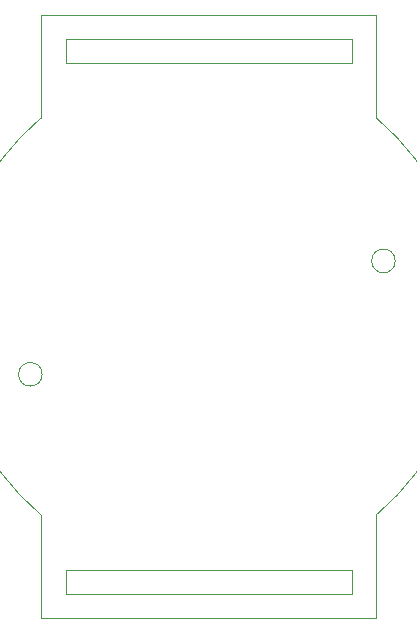
<source format=gbr>
%TF.GenerationSoftware,KiCad,Pcbnew,5.1.8-1.fc33*%
%TF.CreationDate,2020-12-20T15:25:04+01:00*%
%TF.ProjectId,base,62617365-2e6b-4696-9361-645f70636258,rev?*%
%TF.SameCoordinates,Original*%
%TF.FileFunction,Profile,NP*%
%FSLAX46Y46*%
G04 Gerber Fmt 4.6, Leading zero omitted, Abs format (unit mm)*
G04 Created by KiCad (PCBNEW 5.1.8-1.fc33) date 2020-12-20 15:25:04*
%MOMM*%
%LPD*%
G01*
G04 APERTURE LIST*
%TA.AperFunction,Profile*%
%ADD10C,0.050000*%
%TD*%
G04 APERTURE END LIST*
D10*
X144199999Y-73200001D02*
G75*
G02*
X144199999Y-106799999I-14199999J-16799999D01*
G01*
X115800001Y-106799999D02*
G75*
G02*
X115800001Y-73200001I14199999J16799999D01*
G01*
X142100000Y-113500000D02*
X117900000Y-113500000D01*
X117900000Y-111500000D02*
X142100000Y-111500000D01*
X117900000Y-113500000D02*
X117900000Y-111500000D01*
X142100000Y-111500000D02*
X142100000Y-113500000D01*
X144200000Y-106800000D02*
X144200000Y-115500000D01*
X115800000Y-106800000D02*
X115800000Y-115500000D01*
X144200000Y-115500000D02*
X115800000Y-115500000D01*
X117900000Y-68500000D02*
X117900000Y-66500000D01*
X142100000Y-68500000D02*
X117900000Y-68500000D01*
X142100000Y-66500000D02*
X142100000Y-68500000D01*
X117900000Y-66500000D02*
X142100000Y-66500000D01*
X144200000Y-73200000D02*
X144200000Y-64500000D01*
X115800000Y-64500000D02*
X144200000Y-64500000D01*
X115800000Y-73200000D02*
X115800000Y-64500000D01*
X115900000Y-94900000D02*
G75*
G03*
X115900000Y-94900000I-1000000J0D01*
G01*
X145800000Y-85300000D02*
G75*
G03*
X145800000Y-85300000I-1000000J0D01*
G01*
M02*

</source>
